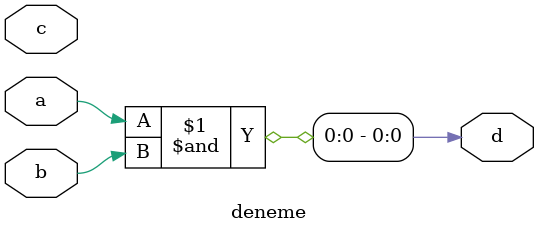
<source format=v>
module deneme (input a, b, c, output [31:0] d);
assign d[0] = a&b;

endmodule

</source>
